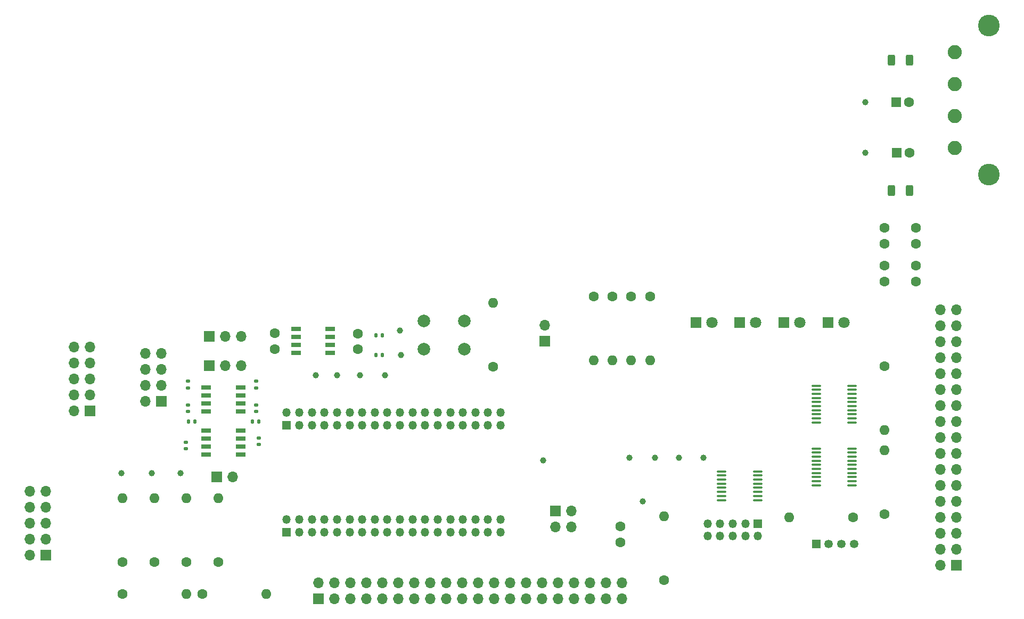
<source format=gbr>
%TF.GenerationSoftware,KiCad,Pcbnew,6.0.11-2627ca5db0~126~ubuntu22.04.1*%
%TF.CreationDate,2023-03-03T15:55:44-05:00*%
%TF.ProjectId,FloppyOverdrive_ControlBoard,466c6f70-7079-44f7-9665-726472697665,rev?*%
%TF.SameCoordinates,Original*%
%TF.FileFunction,Soldermask,Top*%
%TF.FilePolarity,Negative*%
%FSLAX46Y46*%
G04 Gerber Fmt 4.6, Leading zero omitted, Abs format (unit mm)*
G04 Created by KiCad (PCBNEW 6.0.11-2627ca5db0~126~ubuntu22.04.1) date 2023-03-03 15:55:44*
%MOMM*%
%LPD*%
G01*
G04 APERTURE LIST*
G04 Aperture macros list*
%AMRoundRect*
0 Rectangle with rounded corners*
0 $1 Rounding radius*
0 $2 $3 $4 $5 $6 $7 $8 $9 X,Y pos of 4 corners*
0 Add a 4 corners polygon primitive as box body*
4,1,4,$2,$3,$4,$5,$6,$7,$8,$9,$2,$3,0*
0 Add four circle primitives for the rounded corners*
1,1,$1+$1,$2,$3*
1,1,$1+$1,$4,$5*
1,1,$1+$1,$6,$7*
1,1,$1+$1,$8,$9*
0 Add four rect primitives between the rounded corners*
20,1,$1+$1,$2,$3,$4,$5,0*
20,1,$1+$1,$4,$5,$6,$7,0*
20,1,$1+$1,$6,$7,$8,$9,0*
20,1,$1+$1,$8,$9,$2,$3,0*%
G04 Aperture macros list end*
%ADD10C,1.600000*%
%ADD11RoundRect,0.135000X-0.135000X-0.185000X0.135000X-0.185000X0.135000X0.185000X-0.135000X0.185000X0*%
%ADD12R,1.700000X1.700000*%
%ADD13O,1.700000X1.700000*%
%ADD14R,1.528000X0.650000*%
%ADD15R,1.800000X1.800000*%
%ADD16C,1.800000*%
%ADD17C,1.000000*%
%ADD18O,1.600000X1.600000*%
%ADD19R,1.350000X1.350000*%
%ADD20O,1.350000X1.350000*%
%ADD21RoundRect,0.135000X-0.185000X0.135000X-0.185000X-0.135000X0.185000X-0.135000X0.185000X0.135000X0*%
%ADD22R,1.600000X1.600000*%
%ADD23RoundRect,0.250000X-0.312500X-0.625000X0.312500X-0.625000X0.312500X0.625000X-0.312500X0.625000X0*%
%ADD24RoundRect,0.100000X-0.637500X-0.100000X0.637500X-0.100000X0.637500X0.100000X-0.637500X0.100000X0*%
%ADD25C,1.350000*%
%ADD26C,2.000000*%
%ADD27RoundRect,0.135000X0.185000X-0.135000X0.185000X0.135000X-0.185000X0.135000X-0.185000X-0.135000X0*%
%ADD28C,2.250000*%
%ADD29C,3.450000*%
%ADD30RoundRect,0.135000X0.135000X0.185000X-0.135000X0.185000X-0.135000X-0.185000X0.135000X-0.185000X0*%
G04 APERTURE END LIST*
D10*
%TO.C,C8*%
X108089000Y-100765000D03*
X108089000Y-103265000D03*
%TD*%
D11*
%TO.C,R22*%
X94390000Y-114800000D03*
X95410000Y-114800000D03*
%TD*%
D12*
%TO.C,JP1*%
X151000000Y-102000000D03*
D13*
X151000000Y-99460000D03*
%TD*%
D14*
%TO.C,IC3*%
X111478000Y-100060000D03*
X111478000Y-101330000D03*
X111478000Y-102600000D03*
X111478000Y-103870000D03*
X116900000Y-103870000D03*
X116900000Y-102600000D03*
X116900000Y-101330000D03*
X116900000Y-100060000D03*
%TD*%
D15*
%TO.C,D1*%
X175000000Y-99000000D03*
D16*
X177540000Y-99000000D03*
%TD*%
D10*
%TO.C,C7*%
X163000000Y-134000000D03*
X163000000Y-131500000D03*
%TD*%
D15*
%TO.C,D4*%
X196000000Y-99000000D03*
D16*
X198540000Y-99000000D03*
%TD*%
D17*
%TO.C,TP3*%
X150700000Y-121000000D03*
%TD*%
D10*
%TO.C,R6*%
X205000000Y-106000000D03*
D18*
X205000000Y-116160000D03*
%TD*%
D19*
%TO.C,J6*%
X184875000Y-131000000D03*
D20*
X182875000Y-131000000D03*
X180875000Y-131000000D03*
X178875000Y-131000000D03*
X176875000Y-131000000D03*
X184875000Y-133000000D03*
X182875000Y-133000000D03*
X180875000Y-133000000D03*
X178875000Y-133000000D03*
X176875000Y-133000000D03*
%TD*%
D12*
%TO.C,J9*%
X90000000Y-111540000D03*
D13*
X90000000Y-109000000D03*
X90000000Y-106460000D03*
X90000000Y-103920000D03*
X87460000Y-111540000D03*
X87460000Y-109000000D03*
X87460000Y-106460000D03*
X87460000Y-103920000D03*
%TD*%
D10*
%TO.C,R5*%
X83820000Y-142240000D03*
D18*
X93980000Y-142240000D03*
%TD*%
D10*
%TO.C,R7*%
X205000000Y-129480000D03*
D18*
X205000000Y-119320000D03*
%TD*%
D17*
%TO.C,TP2*%
X202000000Y-64000000D03*
%TD*%
D10*
%TO.C,C9*%
X121300000Y-103300000D03*
X121300000Y-100800000D03*
%TD*%
%TO.C,C2*%
X210000000Y-92500000D03*
X210000000Y-90000000D03*
%TD*%
D17*
%TO.C,TP16*%
X128100000Y-104200000D03*
%TD*%
%TO.C,TP1*%
X202000000Y-72000000D03*
%TD*%
D14*
%TO.C,IC1*%
X97189000Y-109395000D03*
X97189000Y-110665000D03*
X97189000Y-111935000D03*
X97189000Y-113205000D03*
X102611000Y-113205000D03*
X102611000Y-111935000D03*
X102611000Y-110665000D03*
X102611000Y-109395000D03*
%TD*%
D12*
%TO.C,J10*%
X98825000Y-123600000D03*
D13*
X101365000Y-123600000D03*
%TD*%
D10*
%TO.C,R1*%
X83820000Y-137160000D03*
D18*
X83820000Y-127000000D03*
%TD*%
D21*
%TO.C,R25*%
X105500000Y-117390000D03*
X105500000Y-118410000D03*
%TD*%
D12*
%TO.C,J5*%
X78650000Y-113075000D03*
D13*
X78650000Y-110535000D03*
X78650000Y-107995000D03*
X78650000Y-105455000D03*
X78650000Y-102915000D03*
X76110000Y-113075000D03*
X76110000Y-110535000D03*
X76110000Y-107995000D03*
X76110000Y-105455000D03*
X76110000Y-102915000D03*
%TD*%
D17*
%TO.C,TP14*%
X168500000Y-120500000D03*
%TD*%
D12*
%TO.C,JP3*%
X97675000Y-105900000D03*
D13*
X100215000Y-105900000D03*
X102755000Y-105900000D03*
%TD*%
D17*
%TO.C,TP5*%
X88500000Y-123000000D03*
%TD*%
D10*
%TO.C,R3*%
X93980000Y-137160000D03*
D18*
X93980000Y-127000000D03*
%TD*%
D10*
%TO.C,R10*%
X200000000Y-130000000D03*
D18*
X189840000Y-130000000D03*
%TD*%
D22*
%TO.C,C4*%
X206866395Y-63952500D03*
D10*
X208866395Y-63952500D03*
%TD*%
D17*
%TO.C,TP6*%
X83700000Y-123000000D03*
%TD*%
D23*
%TO.C,FB1*%
X206075000Y-78000000D03*
X209000000Y-78000000D03*
%TD*%
D10*
%TO.C,R2*%
X88900000Y-137160000D03*
D18*
X88900000Y-127000000D03*
%TD*%
D17*
%TO.C,TP12*%
X164500000Y-120500000D03*
%TD*%
D10*
%TO.C,R9*%
X170000000Y-140000000D03*
D18*
X170000000Y-129840000D03*
%TD*%
D24*
%TO.C,U3*%
X179137500Y-122725000D03*
X179137500Y-123375000D03*
X179137500Y-124025000D03*
X179137500Y-124675000D03*
X179137500Y-125325000D03*
X179137500Y-125975000D03*
X179137500Y-126625000D03*
X179137500Y-127275000D03*
X184862500Y-127275000D03*
X184862500Y-126625000D03*
X184862500Y-125975000D03*
X184862500Y-125325000D03*
X184862500Y-124675000D03*
X184862500Y-124025000D03*
X184862500Y-123375000D03*
X184862500Y-122725000D03*
%TD*%
D21*
%TO.C,R18*%
X94300000Y-108390000D03*
X94300000Y-109410000D03*
%TD*%
D12*
%TO.C,J7*%
X152725000Y-128995000D03*
D13*
X155265000Y-128995000D03*
X152725000Y-131535000D03*
X155265000Y-131535000D03*
%TD*%
D17*
%TO.C,TP7*%
X166600000Y-127500000D03*
%TD*%
%TO.C,TP15*%
X176200000Y-120500000D03*
%TD*%
D19*
%TO.C,U4*%
X109970000Y-132375000D03*
D20*
X109970000Y-130375000D03*
X111970000Y-132375000D03*
X111970000Y-130375000D03*
X113970000Y-132375000D03*
X113970000Y-130375000D03*
X115970000Y-132375000D03*
X115970000Y-130375000D03*
X117970000Y-132375000D03*
X117970000Y-130375000D03*
X119970000Y-132375000D03*
X119970000Y-130375000D03*
X121970000Y-132375000D03*
X121970000Y-130375000D03*
X123970000Y-132375000D03*
X123970000Y-130375000D03*
X125970000Y-132375000D03*
X125970000Y-130375000D03*
X127970000Y-132375000D03*
X127970000Y-130375000D03*
X129970000Y-132375000D03*
X129970000Y-130375000D03*
X131970000Y-132375000D03*
X131970000Y-130375000D03*
X133970000Y-132375000D03*
X133970000Y-130375000D03*
X135970000Y-132375000D03*
X135970000Y-130375000D03*
X137970000Y-132375000D03*
X137970000Y-130375000D03*
X139970000Y-132375000D03*
X139970000Y-130375000D03*
X141970000Y-132375000D03*
X141970000Y-130375000D03*
X143970000Y-132375000D03*
X143970000Y-130375000D03*
D19*
X109970000Y-115375000D03*
D20*
X109970000Y-113375000D03*
X111970000Y-115375000D03*
X111970000Y-113375000D03*
X113970000Y-115375000D03*
X113970000Y-113375000D03*
X115970000Y-115375000D03*
X115970000Y-113375000D03*
X117970000Y-115375000D03*
X117970000Y-113375000D03*
X119970000Y-115375000D03*
X119970000Y-113375000D03*
X121970000Y-115375000D03*
X121970000Y-113375000D03*
X123970000Y-115375000D03*
X123970000Y-113375000D03*
X125970000Y-115375000D03*
X125970000Y-113375000D03*
X127970000Y-115375000D03*
X127970000Y-113375000D03*
X129970000Y-115375000D03*
X129970000Y-113375000D03*
X131970000Y-115375000D03*
X131970000Y-113375000D03*
X133970000Y-115375000D03*
X133970000Y-113375000D03*
X135970000Y-115375000D03*
X135970000Y-113375000D03*
X137970000Y-115375000D03*
X137970000Y-113375000D03*
X139970000Y-115375000D03*
X139970000Y-113375000D03*
X141970000Y-115375000D03*
X141970000Y-113375000D03*
X143970000Y-115375000D03*
X143970000Y-113375000D03*
%TD*%
D17*
%TO.C,TP4*%
X93100000Y-123000000D03*
%TD*%
D24*
%TO.C,U1*%
X194137500Y-109075000D03*
X194137500Y-109725000D03*
X194137500Y-110375000D03*
X194137500Y-111025000D03*
X194137500Y-111675000D03*
X194137500Y-112325000D03*
X194137500Y-112975000D03*
X194137500Y-113625000D03*
X194137500Y-114275000D03*
X194137500Y-114925000D03*
X199862500Y-114925000D03*
X199862500Y-114275000D03*
X199862500Y-113625000D03*
X199862500Y-112975000D03*
X199862500Y-112325000D03*
X199862500Y-111675000D03*
X199862500Y-111025000D03*
X199862500Y-110375000D03*
X199862500Y-109725000D03*
X199862500Y-109075000D03*
%TD*%
D17*
%TO.C,TP17*%
X128000000Y-100300000D03*
%TD*%
D21*
%TO.C,R17*%
X93900000Y-118090000D03*
X93900000Y-119110000D03*
%TD*%
D19*
%TO.C,J2*%
X194150000Y-134250000D03*
D25*
X196150000Y-134250000D03*
X198150000Y-134250000D03*
X200150000Y-134250000D03*
%TD*%
D10*
%TO.C,C1*%
X205000000Y-92500000D03*
X205000000Y-90000000D03*
%TD*%
D15*
%TO.C,D3*%
X189000000Y-99000000D03*
D16*
X191540000Y-99000000D03*
%TD*%
D12*
%TO.C,J3*%
X216475000Y-137625000D03*
D13*
X213935000Y-137625000D03*
X216475000Y-135085000D03*
X213935000Y-135085000D03*
X216475000Y-132545000D03*
X213935000Y-132545000D03*
X216475000Y-130005000D03*
X213935000Y-130005000D03*
X216475000Y-127465000D03*
X213935000Y-127465000D03*
X216475000Y-124925000D03*
X213935000Y-124925000D03*
X216475000Y-122385000D03*
X213935000Y-122385000D03*
X216475000Y-119845000D03*
X213935000Y-119845000D03*
X216475000Y-117305000D03*
X213935000Y-117305000D03*
X216475000Y-114765000D03*
X213935000Y-114765000D03*
X216475000Y-112225000D03*
X213935000Y-112225000D03*
X216475000Y-109685000D03*
X213935000Y-109685000D03*
X216475000Y-107145000D03*
X213935000Y-107145000D03*
X216475000Y-104605000D03*
X213935000Y-104605000D03*
X216475000Y-102065000D03*
X213935000Y-102065000D03*
X216475000Y-99525000D03*
X213935000Y-99525000D03*
X216475000Y-96985000D03*
X213935000Y-96985000D03*
%TD*%
D10*
%TO.C,C5*%
X205000000Y-86500000D03*
X205000000Y-84000000D03*
%TD*%
D12*
%TO.C,J4*%
X71650000Y-136065000D03*
D13*
X71650000Y-133525000D03*
X71650000Y-130985000D03*
X71650000Y-128445000D03*
X71650000Y-125905000D03*
X69110000Y-136065000D03*
X69110000Y-133525000D03*
X69110000Y-130985000D03*
X69110000Y-128445000D03*
X69110000Y-125905000D03*
%TD*%
D17*
%TO.C,TP13*%
X172300000Y-120500000D03*
%TD*%
D23*
%TO.C,FB2*%
X206075000Y-57290000D03*
X209000000Y-57290000D03*
%TD*%
D11*
%TO.C,R21*%
X124190000Y-104200000D03*
X125210000Y-104200000D03*
%TD*%
D12*
%TO.C,JP2*%
X97675000Y-101200000D03*
D13*
X100215000Y-101200000D03*
X102755000Y-101200000D03*
%TD*%
D26*
%TO.C,SW1*%
X138250000Y-103250000D03*
X131750000Y-103250000D03*
X131750000Y-98750000D03*
X138250000Y-98750000D03*
%TD*%
D10*
%TO.C,C6*%
X210000000Y-86500000D03*
X210000000Y-84000000D03*
%TD*%
D17*
%TO.C,TP10*%
X121600000Y-107400000D03*
%TD*%
D11*
%TO.C,R20*%
X124190000Y-101100000D03*
X125210000Y-101100000D03*
%TD*%
D14*
%TO.C,IC2*%
X97189000Y-116195000D03*
X97189000Y-117465000D03*
X97189000Y-118735000D03*
X97189000Y-120005000D03*
X102611000Y-120005000D03*
X102611000Y-118735000D03*
X102611000Y-117465000D03*
X102611000Y-116195000D03*
%TD*%
D27*
%TO.C,R23*%
X105100000Y-109410000D03*
X105100000Y-108390000D03*
%TD*%
D17*
%TO.C,TP9*%
X118000000Y-107400000D03*
%TD*%
D10*
%TO.C,R15*%
X167750000Y-94920000D03*
D18*
X167750000Y-105080000D03*
%TD*%
D21*
%TO.C,R24*%
X105100000Y-112190000D03*
X105100000Y-113210000D03*
%TD*%
D10*
%TO.C,R12*%
X158750000Y-94905000D03*
D18*
X158750000Y-105065000D03*
%TD*%
D10*
%TO.C,R13*%
X161750000Y-94920000D03*
D18*
X161750000Y-105080000D03*
%TD*%
D28*
%TO.C,J1*%
X216187500Y-56000000D03*
X216187500Y-61080000D03*
X216187500Y-66160000D03*
X216187500Y-71240000D03*
D29*
X221637500Y-51770000D03*
X221637500Y-75470000D03*
%TD*%
D17*
%TO.C,TP8*%
X114600000Y-107400000D03*
%TD*%
D10*
%TO.C,R4*%
X99060000Y-137160000D03*
D18*
X99060000Y-127000000D03*
%TD*%
D24*
%TO.C,U2*%
X194137500Y-119075000D03*
X194137500Y-119725000D03*
X194137500Y-120375000D03*
X194137500Y-121025000D03*
X194137500Y-121675000D03*
X194137500Y-122325000D03*
X194137500Y-122975000D03*
X194137500Y-123625000D03*
X194137500Y-124275000D03*
X194137500Y-124925000D03*
X199862500Y-124925000D03*
X199862500Y-124275000D03*
X199862500Y-123625000D03*
X199862500Y-122975000D03*
X199862500Y-122325000D03*
X199862500Y-121675000D03*
X199862500Y-121025000D03*
X199862500Y-120375000D03*
X199862500Y-119725000D03*
X199862500Y-119075000D03*
%TD*%
D30*
%TO.C,R19*%
X105510000Y-114800000D03*
X104490000Y-114800000D03*
%TD*%
D10*
%TO.C,R11*%
X142750000Y-106080000D03*
D18*
X142750000Y-95920000D03*
%TD*%
D10*
%TO.C,R8*%
X96520000Y-142240000D03*
D18*
X106680000Y-142240000D03*
%TD*%
D10*
%TO.C,R14*%
X164750000Y-94920000D03*
D18*
X164750000Y-105080000D03*
%TD*%
D12*
%TO.C,J8*%
X115000000Y-143000000D03*
D13*
X115000000Y-140460000D03*
X117540000Y-143000000D03*
X117540000Y-140460000D03*
X120080000Y-143000000D03*
X120080000Y-140460000D03*
X122620000Y-143000000D03*
X122620000Y-140460000D03*
X125160000Y-143000000D03*
X125160000Y-140460000D03*
X127700000Y-143000000D03*
X127700000Y-140460000D03*
X130240000Y-143000000D03*
X130240000Y-140460000D03*
X132780000Y-143000000D03*
X132780000Y-140460000D03*
X135320000Y-143000000D03*
X135320000Y-140460000D03*
X137860000Y-143000000D03*
X137860000Y-140460000D03*
X140400000Y-143000000D03*
X140400000Y-140460000D03*
X142940000Y-143000000D03*
X142940000Y-140460000D03*
X145480000Y-143000000D03*
X145480000Y-140460000D03*
X148020000Y-143000000D03*
X148020000Y-140460000D03*
X150560000Y-143000000D03*
X150560000Y-140460000D03*
X153100000Y-143000000D03*
X153100000Y-140460000D03*
X155640000Y-143000000D03*
X155640000Y-140460000D03*
X158180000Y-143000000D03*
X158180000Y-140460000D03*
X160720000Y-143000000D03*
X160720000Y-140460000D03*
X163260000Y-143000000D03*
X163260000Y-140460000D03*
%TD*%
D15*
%TO.C,D2*%
X182000000Y-99000000D03*
D16*
X184540000Y-99000000D03*
%TD*%
D21*
%TO.C,R16*%
X94300000Y-112190000D03*
X94300000Y-113210000D03*
%TD*%
D17*
%TO.C,TP11*%
X125600000Y-107400000D03*
%TD*%
D22*
%TO.C,C3*%
X207000000Y-72000000D03*
D10*
X209000000Y-72000000D03*
%TD*%
M02*

</source>
